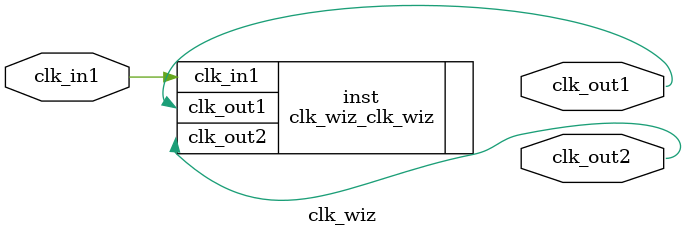
<source format=v>


`timescale 1ps/1ps

(* CORE_GENERATION_INFO = "clk_wiz,clk_wiz_v6_0_3_0_0,{component_name=clk_wiz,use_phase_alignment=false,use_min_o_jitter=false,use_max_i_jitter=false,use_dyn_phase_shift=false,use_inclk_switchover=false,use_dyn_reconfig=false,enable_axi=0,feedback_source=FDBK_AUTO,PRIMITIVE=PLL,num_out_clk=2,clkin1_period=10.000,clkin2_period=10.000,use_power_down=false,use_reset=false,use_locked=false,use_inclk_stopped=false,feedback_type=SINGLE,CLOCK_MGR_TYPE=NA,manual_override=false}" *)

module clk_wiz 
 (
  // Clock out ports
  output        clk_out1,
  output        clk_out2,
 // Clock in ports
  input         clk_in1
 );

  clk_wiz_clk_wiz inst
  (
  // Clock out ports  
  .clk_out1(clk_out1),
  .clk_out2(clk_out2),
 // Clock in ports
  .clk_in1(clk_in1)
  );

endmodule

</source>
